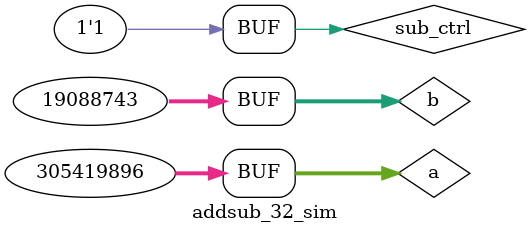
<source format=v>
`timescale 1ns / 1ps

module addsub_32_sim ();
    //input   
    reg [31:0] a = 0;
    reg [31:0] b = 0;
    reg sub_ctrl = 0;
    //output
    wire [31:0] s;
    wire cf,of;
    
    //Àý»¯
    addsub_32 addsub32 (
        .a(a),
        .b(b),
        .sub_ctrl(sub_ctrl),
        .s(s),
        .cf(cf),
        .of(of)
    );
    
    always begin
    #10 a = 32'h80000000;       //ÎÞ·ûºÅÊý¼ÓÒç³ö£¨cou_t = 1£©
        b = 32'h80000000;
        sub_ctrl = 1'b0;
    #10 a = 32'h00000000;       //ÎÞ·ûºÅÊý¼õÒç³ö£¨cou_t = 1£©
        b = 32'h00000001;
        sub_ctrl = 1'b1;
    #10 a = 32'h80000000;       //ÓÐ·ûºÅÊý¼ÓÒç³ö(ov = 1)
        b = 32'h80000000;
        sub_ctrl = 1'b0;
    #10 a = 32'h00000001;       //ÓÐ·ûºÅÊý¼õÒç³ö(ov = 1)
        b = 32'h80000000;
        sub_ctrl = 1'b1;
    #10 a = 32'h12345678;
        b = 32'h01234567;
        sub_ctrl = 1'b1;
    end
    
endmodule

</source>
